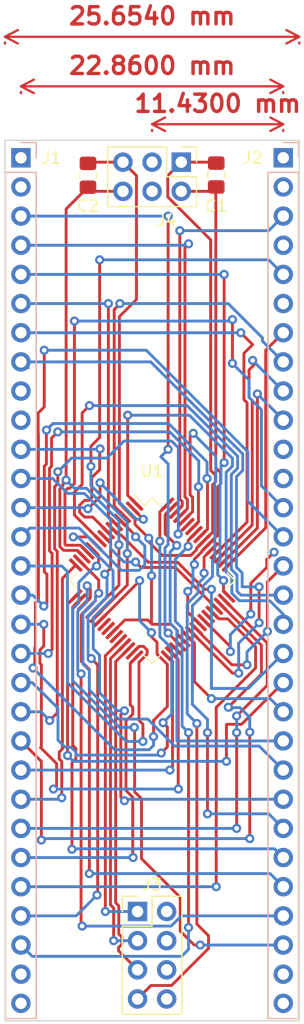
<source format=kicad_pcb>
(kicad_pcb (version 20221018) (generator pcbnew)
  (title_block (title "84CP02 Descrambled 2x16 Input 16 Output Baseboard"))
  (layers (0 "F.Cu" signal) (1 "In1.Cu" signal) (2 "In2.Cu" signal) (31 "B.Cu" signal) (34 "B.Paste" user) (35 "F.Paste" user) (36 "B.SilkS" user "B.Silkscreen") (37 "F.SilkS" user "F.Silkscreen") (38 "B.Mask" user) (39 "F.Mask" user) (44 "Edge.Cuts" user))
  (net 0 "")
  (net 1 "VCC")
  (net 2 "GND")
  (net 3 "/J1-3")
  (net 4 "/J1-4")
  (net 5 "/J1-5")
  (net 6 "/J1-6")
  (net 7 "/J1-7")
  (net 8 "/J1-8")
  (net 9 "/J1-9")
  (net 10 "/J1-10")
  (net 11 "/J1-11")
  (net 12 "/J1-12")
  (net 13 "/J1-13")
  (net 14 "/J1-14")
  (net 15 "/J1-15")
  (net 16 "/J1-16")
  (net 17 "/J1-17")
  (net 18 "/J1-18")
  (net 19 "/J1-19")
  (net 20 "/J1-20")
  (net 21 "/J1-21")
  (net 22 "/J1-22")
  (net 23 "/J1-23")
  (net 24 "/J1-24")
  (net 25 "/J1-25")
  (net 26 "/J1-26")
  (net 27 "/J1-27")
  (net 28 "/J1-28")
  (net 29 "/J2-3")
  (net 30 "/J2-4")
  (net 31 "/J2-5")
  (net 32 "/J2-6")
  (net 33 "/J2-7")
  (net 34 "/J2-8")
  (net 35 "/J2-9")
  (net 36 "/J2-10")
  (net 37 "/J2-11")
  (net 38 "/J2-12")
  (net 39 "/J2-13")
  (net 40 "/J2-14")
  (net 41 "/J2-15")
  (net 42 "/J2-16")
  (net 43 "/J2-17")
  (net 44 "/J2-18")
  (net 45 "/J2-19")
  (net 46 "/J2-20")
  (net 47 "/J2-21")
  (net 48 "/J2-22")
  (net 49 "/J2-23")
  (net 50 "/J2-24")
  (net 51 "/J2-25")
  (net 52 "/J2-26")
  (net 53 "/J2-27")
  (net 54 "/J2-28")
  (net 55 "Net-(J3-Pin_1)")
  (net 56 "Net-(J3-Pin_3)")
  (net 57 "Net-(J3-Pin_5)")
  (net 58 "Net-(J3-Pin_7)")
  (footprint "Connector_PinHeader_2.54mm:PinHeader_2x04_P2.54mm_Vertical" (layer "F.Cu") (at 145.796 122.174)
    (fp_text reference "J3")
    (fp_text value "Conn_02x05_Odd_Even" hide)
  )
  (footprint "Connector_PinHeader_2.54mm:PinHeader_2x03_P2.54mm_Vertical" (layer "F.Cu") (at 149.606 56.896 -90)
    (fp_text reference "J4")
    (fp_text value "Conn_02x03_Odd_Even" hide)
  )
  (footprint "Capacitor_SMD:C_0805_2012Metric_Pad1.18x1.45mm_HandSolder" (layer "F.Cu") (at 152.654 58.0175 -90)
    (fp_text reference "C1")
    (fp_text value "C_Small" hide)
  )
  (footprint "Package_QFP:TQFP-64_10x10mm_P0.5mm" (layer "F.Cu") (at 147.066 93.345 -45)
    (fp_text reference "U1")
    (fp_text value "XC9572XL-VQ64")
  )
  (footprint "Capacitor_SMD:C_0805_2012Metric_Pad1.18x1.45mm_HandSolder" (layer "F.Cu") (at 141.478 58.039 -90)
    (fp_text reference "C2")
    (fp_text value "C_Small" hide)
  )
  (footprint "Connector_PinHeader_2.54mm:PinHeader_1x30_P2.54mm_Vertical" (layer "B.Cu") (at 135.636 56.515 180)
    (fp_text reference "J1")
    (fp_text value "Conn_01x30" hide)
  )
  (footprint "Connector_PinHeader_2.54mm:PinHeader_1x30_P2.54mm_Vertical" (layer "B.Cu") (at 158.496 56.515 180)
    (fp_text reference "J2")
    (fp_text value "Conn_01x30" hide)
  )
  (gr_rect (start 134.239 54.991) (end 159.893 131.699) (stroke (width 0.1)) (fill none) (layer "Edge.Cuts"))
  (dimension (type aligned) (layer "F.Cu") (pts (xy 158.496 50.292) (xy 135.636 50.292)) (height 0) (gr_text "22.8600 mm" (at 147.066 48.492) (layer "F.Cu") (effects (font (size 1.5 1.5) (thickness 0.3)))) (format (prefix "") (suffix "") (units 3) (units_format 1) (precision 4)) (style (thickness 0.2) (arrow_length 1.27) (text_position_mode 0) (extension_height 0.58642) (extension_offset 0.5) keep_text_aligned))
  (dimension (type aligned) (layer "F.Cu") (pts (xy 158.496 53.594) (xy 147.066 53.594)) (height 0) (gr_text "11.4300 mm" (at 152.781 51.794) (layer "F.Cu") (effects (font (size 1.5 1.5) (thickness 0.3)))) (format (prefix "") (suffix "") (units 3) (units_format 1) (precision 4)) (style (thickness 0.2) (arrow_length 1.27) (text_position_mode 0) (extension_height 0.58642) (extension_offset 0.5) keep_text_aligned))
  (dimension (type aligned) (layer "F.Cu") (pts (xy 159.893 45.974) (xy 134.239 45.974)) (height 0) (gr_text "25.6540 mm" (at 147.066 44.174) (layer "F.Cu") (effects (font (size 1.5 1.5) (thickness 0.3)))) (format (prefix "") (suffix "") (units 3) (units_format 1) (precision 4)) (style (thickness 0.2) (arrow_length 1.27) (text_position_mode 0) (extension_height 0.58642) (extension_offset 0.5) keep_text_aligned))
  (segment (start 145.006551 87.396464) (end 145.574489 87.964402) (width 0.25) (layer "F.Cu") (net 1))
  (segment (start 149.832555 98.586429) (end 149.264618 98.018492) (width 0.25) (layer "F.Cu") (net 1))
  (segment (start 152.654 56.98) (end 152.57 56.896) (width 0.25) (layer "F.Cu") (net 1))
  (segment (start 145.701 68.8655) (end 145.701 58.071) (width 0.25) (layer "F.Cu") (net 1))
  (segment (start 145.701 58.071) (end 144.526 56.896) (width 0.25) (layer "F.Cu") (net 1))
  (segment (start 152.5795 84.154695) (end 152.16826 83.743455) (width 0.25) (layer "F.Cu") (net 1))
  (segment (start 148.726305 97.155) (end 147.066 97.155) (width 0.25) (layer "F.Cu") (net 1))
  (segment (start 150.932193 90.665417) (end 150.932193 90.539467) (width 0.25) (layer "F.Cu") (net 1))
  (segment (start 145.006551 87.396464) (end 144.214 86.603913) (width 0.25) (layer "F.Cu") (net 1))
  (segment (start 152.57 56.896) (end 149.606 56.896) (width 0.25) (layer "F.Cu") (net 1))
  (segment (start 141.5835 56.896) (end 144.526 56.896) (width 0.25) (layer "F.Cu") (net 1))
  (segment (start 147.014 92.9265) (end 147.014 97.103) (width 0.25) (layer "F.Cu") (net 1))
  (segment (start 144.214 70.3525) (end 145.701 68.8655) (width 0.25) (layer "F.Cu") (net 1))
  (segment (start 150.932193 90.539467) (end 151.600322 89.871338) (width 0.25) (layer "F.Cu") (net 1))
  (segment (start 152.5795 84.755305) (end 152.5795 84.154695) (width 0.25) (layer "F.Cu") (net 1))
  (segment (start 147.954616 91.157421) (end 150.440189 91.157421) (width 0.25) (layer "F.Cu") (net 1))
  (segment (start 141.478 57.0015) (end 141.5835 56.896) (width 0.25) (layer "F.Cu") (net 1))
  (segment (start 152.16826 63.659961) (end 148.431 59.922701) (width 0.25) (layer "F.Cu") (net 1))
  (segment (start 146.774439 89.977245) (end 147.397597 90.600403) (width 0.25) (layer "F.Cu") (net 1))
  (segment (start 152.16826 83.743455) (end 152.16826 63.659961) (width 0.25) (layer "F.Cu") (net 1))
  (segment (start 148.431 58.071) (end 149.606 56.896) (width 0.25) (layer "F.Cu") (net 1))
  (segment (start 150.440189 91.157421) (end 150.932193 90.665417) (width 0.25) (layer "F.Cu") (net 1))
  (segment (start 151.600322 89.871338) (end 152.342 89.12966) (width 0.25) (layer "F.Cu") (net 1))
  (segment (start 147.066 97.155) (end 146.685 96.774) (width 0.25) (layer "F.Cu") (net 1))
  (segment (start 147.014 97.103) (end 147.066 97.155) (width 0.25) (layer "F.Cu") (net 1))
  (segment (start 149.264618 98.018492) (end 149.264618 97.693313) (width 0.25) (layer "F.Cu") (net 1))
  (segment (start 147.0135 89.892227) (end 147.0135 90.216305) (width 0.25) (layer "F.Cu") (net 1))
  (segment (start 146.685 96.774) (end 144.69766 96.774) (width 0.25) (layer "F.Cu") (net 1))
  (segment (start 145.574489 88.453216) (end 147.0135 89.892227) (width 0.25) (layer "F.Cu") (net 1))
  (segment (start 144.69766 96.774) (end 143.592338 97.879322) (width 0.25) (layer "F.Cu") (net 1))
  (segment (start 145.574489 87.964402) (end 145.574489 88.453216) (width 0.25) (layer "F.Cu") (net 1))
  (segment (start 146.774439 89.653872) (end 146.774439 89.977245) (width 0.25) (layer "F.Cu") (net 1))
  (segment (start 149.264618 97.693313) (end 148.726305 97.155) (width 0.25) (layer "F.Cu") (net 1))
  (segment (start 152.342 84.992805) (end 152.5795 84.755305) (width 0.25) (layer "F.Cu") (net 1))
  (segment (start 147.0135 90.216305) (end 147.397597 90.600403) (width 0.25) (layer "F.Cu") (net 1))
  (segment (start 148.431 59.922701) (end 148.431 58.071) (width 0.25) (layer "F.Cu") (net 1))
  (segment (start 147.397597 90.600403) (end 147.954616 91.157421) (width 0.25) (layer "F.Cu") (net 1))
  (segment (start 152.342 89.12966) (end 152.342 84.992805) (width 0.25) (layer "F.Cu") (net 1))
  (segment (start 144.214 86.603913) (end 144.214 70.3525) (width 0.25) (layer "F.Cu") (net 1))
  (via (at 147.014 92.9265) (size 0.8) (drill 0.4) (layers "F.Cu" "B.Cu") (net 1))
  (via (at 146.774439 89.653872) (size 0.8) (drill 0.4) (layers "F.Cu" "B.Cu") (net 1))
  (segment (start 147.014 89.893433) (end 147.014 92.9265) (width 0.25) (layer "B.Cu") (net 1))
  (segment (start 146.774439 89.653872) (end 147.014 89.893433) (width 0.25) (layer "B.Cu") (net 1))
  (segment (start 153.0295 83.9415) (end 152.61776 83.52976) (width 0.25) (layer "F.Cu") (net 2))
  (segment (start 141.478 59.0765) (end 141.8375 59.436) (width 0.25) (layer "F.Cu") (net 2))
  (segment (start 152.61776 83.52976) (end 152.61776 59.09124) (width 0.25) (layer "F.Cu") (net 2))
  (segment (start 153.0295 84.941701) (end 153.0295 83.9415) (width 0.25) (layer "F.Cu") (net 2))
  (segment (start 144.177669 93.758457) (end 144.177669 90.234453) (width 0.25) (layer "F.Cu") (net 2))
  (segment (start 150.171694 96.09714) (end 151.246769 97.172215) (width 0.25) (layer "F.Cu") (net 2))
  (segment (start 152.792 85.179201) (end 153.0295 84.941701) (width 0.25) (layer "F.Cu") (net 2))
  (segment (start 152.654 59.055) (end 152.273 59.436) (width 0.25) (layer "F.Cu") (net 2))
  (segment (start 139.573 60.9815) (end 141.478 59.0765) (width 0.25) (layer "F.Cu") (net 2))
  (segment (start 150.171694 94.293312) (end 150.171694 96.09714) (width 0.25) (layer "F.Cu") (net 2))
  (segment (start 141.8375 59.436) (end 144.526 59.436) (width 0.25) (layer "F.Cu") (net 2))
  (segment (start 139.0235 85.354601) (end 139.0235 90.3825) (width 0.25) (layer "F.Cu") (net 2))
  (segment (start 152.61776 59.09124) (end 152.654 59.055) (width 0.25) (layer "F.Cu") (net 2))
  (segment (start 139.573 84.5924) (end 139.2985 84.8669) (width 0.25) (layer "F.Cu") (net 2))
  (segment (start 141.824571 96.111555) (end 144.177669 93.758457) (width 0.25) (layer "F.Cu") (net 2))
  (segment (start 151.953876 90.224891) (end 152.792 89.386767) (width 0.25) (layer "F.Cu") (net 2))
  (segment (start 139.2985 85.079601) (end 139.0235 85.354601) (width 0.25) (layer "F.Cu") (net 2))
  (segment (start 151.385938 90.792829) (end 151.385938 90.848068) (width 0.25) (layer "F.Cu") (net 2))
  (segment (start 152.273 59.436) (end 149.606 59.436) (width 0.25) (layer "F.Cu") (net 2))
  (segment (start 151.953876 90.224891) (end 151.385938 90.792829) (width 0.25) (layer "F.Cu") (net 2))
  (segment (start 152.792 89.386767) (end 152.792 85.179201) (width 0.25) (layer "F.Cu") (net 2))
  (segment (start 139.2985 84.8669) (end 139.2985 85.079601) (width 0.25) (layer "F.Cu") (net 2))
  (segment (start 140.549527 90.717614) (end 141.117464 91.285551) (width 0.25) (layer "F.Cu") (net 2))
  (segment (start 151.385938 90.848068) (end 150.749 91.485006) (width 0.25) (layer "F.Cu") (net 2))
  (segment (start 139.0235 90.3825) (end 139.358614 90.717614) (width 0.25) (layer "F.Cu") (net 2))
  (segment (start 139.573 84.5924) (end 139.573 60.9815) (width 0.25) (layer "F.Cu") (net 2))
  (segment (start 150.749 91.485006) (end 150.749 91.948) (width 0.25) (layer "F.Cu") (net 2))
  (segment (start 139.358614 90.717614) (end 140.549527 90.717614) (width 0.25) (layer "F.Cu") (net 2))
  (via (at 150.749 91.948) (size 0.8) (drill 0.4) (layers "F.Cu" "B.Cu") (net 2))
  (via (at 150.171694 94.293312) (size 0.8) (drill 0.4) (layers "F.Cu" "B.Cu") (net 2))
  (via (at 144.177669 90.234453) (size 0.8) (drill 0.4) (layers "F.Cu" "B.Cu") (net 2))
  (via (at 139.573 84.5924) (size 0.8) (drill 0.4) (layers "F.Cu" "B.Cu") (net 2))
  (segment (start 140.2876 85.307) (end 141.350104 85.307) (width 0.25) (layer "B.Cu") (net 2))
  (segment (start 150.6105 93.854506) (end 150.171694 94.293312) (width 0.25) (layer "B.Cu") (net 2))
  (segment (start 150.622 92.075) (end 150.622 93.423109) (width 0.25) (layer "B.Cu") (net 2))
  (segment (start 144.177669 88.134565) (end 144.177669 90.234453) (width 0.25) (layer "B.Cu") (net 2))
  (segment (start 150.6105 93.434609) (end 150.6105 93.854506) (width 0.25) (layer "B.Cu") (net 2))
  (segment (start 150.749 91.948) (end 150.622 92.075) (width 0.25) (layer "B.Cu") (net 2))
  (segment (start 141.350104 85.307) (end 144.177669 88.134565) (width 0.25) (layer "B.Cu") (net 2))
  (segment (start 139.573 84.5924) (end 140.2876 85.307) (width 0.25) (layer "B.Cu") (net 2))
  (segment (start 150.622 93.423109) (end 150.6105 93.434609) (width 0.25) (layer "B.Cu") (net 2))
  (segment (start 148.463 61.595) (end 148.463 81.915) (width 0.25) (layer "F.Cu") (net 3))
  (segment (start 148.463 97.917) (end 148.463 97.92398) (width 0.25) (layer "F.Cu") (net 3))
  (segment (start 148.463 97.92398) (end 149.479002 98.939982) (width 0.25) (layer "F.Cu") (net 3))
  (via (at 148.463 61.595) (size 0.8) (drill 0.4) (layers "F.Cu" "B.Cu") (net 3))
  (via (at 148.463 81.915) (size 0.8) (drill 0.4) (layers "F.Cu" "B.Cu") (net 3))
  (via (at 148.463 97.917) (size 0.8) (drill 0.4) (layers "F.Cu" "B.Cu") (net 3))
  (segment (start 148.4635 90.216305) (end 148.1885 90.491305) (width 0.25) (layer "B.Cu") (net 3))
  (segment (start 148.4635 83.1855) (end 148.4635 90.216305) (width 0.25) (layer "B.Cu") (net 3))
  (segment (start 135.636 61.595) (end 148.463 61.595) (width 0.25) (layer "B.Cu") (net 3))
  (segment (start 148.1885 90.491305) (end 148.1885 97.6425) (width 0.25) (layer "B.Cu") (net 3))
  (segment (start 148.463 81.915) (end 147.828 82.55) (width 0.25) (layer "B.Cu") (net 3))
  (segment (start 148.1885 97.6425) (end 148.463 97.917) (width 0.25) (layer "B.Cu") (net 3))
  (segment (start 147.828 82.55) (end 148.4635 83.1855) (width 0.25) (layer "B.Cu") (net 3))
  (segment (start 150.143386 86.275404) (end 150.143386 87.085634) (width 0.25) (layer "F.Cu") (net 4))
  (segment (start 149.929 86.061018) (end 150.143386 86.275404) (width 0.25) (layer "F.Cu") (net 4))
  (segment (start 149.929 64.32) (end 149.929 86.061018) (width 0.25) (layer "F.Cu") (net 4))
  (segment (start 150.143386 87.085634) (end 149.479002 87.750018) (width 0.25) (layer "F.Cu") (net 4))
  (segment (start 150.241 64.008) (end 149.929 64.32) (width 0.25) (layer "F.Cu") (net 4))
  (via (at 150.241 64.008) (size 0.8) (drill 0.4) (layers "F.Cu" "B.Cu") (net 4))
  (segment (start 150.114 64.135) (end 135.636 64.135) (width 0.25) (layer "B.Cu") (net 4))
  (segment (start 150.241 64.008) (end 150.114 64.135) (width 0.25) (layer "B.Cu") (net 4))
  (segment (start 153.34276 66.675) (end 153.34276 83.069581) (width 0.25) (layer "F.Cu") (net 5))
  (segment (start 153.34276 83.069581) (end 153.34226 83.070081) (width 0.25) (layer "F.Cu") (net 5))
  (segment (start 153.289 94.264699) (end 153.721643 94.697342) (width 0.25) (layer "F.Cu") (net 5))
  (segment (start 153.289 93.345) (end 153.289 94.264699) (width 0.25) (layer "F.Cu") (net 5))
  (via (at 153.34226 83.070081) (size 0.8) (drill 0.4) (layers "F.Cu" "B.Cu") (net 5))
  (via (at 153.34276 66.675) (size 0.8) (drill 0.4) (layers "F.Cu" "B.Cu") (net 5))
  (via (at 153.289 93.345) (size 0.8) (drill 0.4) (layers "F.Cu" "B.Cu") (net 5))
  (segment (start 153.06776 83.344581) (end 153.06776 84.903441) (width 0.25) (layer "B.Cu") (net 5))
  (segment (start 152.781 92.837) (end 153.289 93.345) (width 0.25) (layer "B.Cu") (net 5))
  (segment (start 152.781 91.794201) (end 152.781 92.837) (width 0.25) (layer "B.Cu") (net 5))
  (segment (start 153.34226 83.070081) (end 153.06776 83.344581) (width 0.25) (layer "B.Cu") (net 5))
  (segment (start 153.34276 66.675) (end 135.636 66.675) (width 0.25) (layer "B.Cu") (net 5))
  (segment (start 152.977 84.994201) (end 152.977 91.598201) (width 0.25) (layer "B.Cu") (net 5))
  (segment (start 153.06776 84.903441) (end 152.977 84.994201) (width 0.25) (layer "B.Cu") (net 5))
  (segment (start 152.977 91.598201) (end 152.781 91.794201) (width 0.25) (layer "B.Cu") (net 5))
  (segment (start 143.256 87.767233) (end 143.945891 88.457124) (width 0.25) (layer "F.Cu") (net 6))
  (segment (start 143.256 69.215) (end 143.256 87.767233) (width 0.25) (layer "F.Cu") (net 6))
  (via (at 143.256 69.215) (size 0.8) (drill 0.4) (layers "F.Cu" "B.Cu") (net 6))
  (segment (start 143.256 69.215) (end 135.636 69.215) (width 0.25) (layer "B.Cu") (net 6))
  (segment (start 154.79176 71.755) (end 155.829 72.79224) (width 0.25) (layer "F.Cu") (net 7))
  (segment (start 155.34076 88.25222) (end 152.660982 90.931998) (width 0.25) (layer "F.Cu") (net 7))
  (segment (start 155.06576 77.575701) (end 155.34076 77.850701) (width 0.25) (layer "F.Cu") (net 7))
  (segment (start 155.06576 73.55548) (end 155.06576 77.575701) (width 0.25) (layer "F.Cu") (net 7))
  (segment (start 155.34076 77.850701) (end 155.34076 88.25222) (width 0.25) (layer "F.Cu") (net 7))
  (segment (start 155.829 72.79224) (end 155.06576 73.55548) (width 0.25) (layer "F.Cu") (net 7))
  (via (at 154.79176 71.755) (size 0.8) (drill 0.4) (layers "F.Cu" "B.Cu") (net 7))
  (segment (start 135.636 71.755) (end 154.79176 71.755) (width 0.25) (layer "B.Cu") (net 7))
  (segment (start 154.072337 101.411997) (end 154.611404 101.411997) (width 0.25) (layer "F.Cu") (net 8))
  (segment (start 150.539662 97.879322) (end 154.072337 101.411997) (width 0.25) (layer "F.Cu") (net 8))
  (segment (start 156.390896 97.020898) (end 156.390896 93.8905) (width 0.25) (layer "F.Cu") (net 8))
  (via (at 156.390896 93.8905) (size 0.8) (drill 0.4) (layers "F.Cu" "B.Cu") (net 8))
  (via (at 156.390896 97.020898) (size 0.8) (drill 0.4) (layers "F.Cu" "B.Cu") (net 8))
  (via (at 154.611404 101.411997) (size 0.8) (drill 0.4) (layers "F.Cu" "B.Cu") (net 8))
  (segment (start 154.96726 82.320468) (end 146.941792 74.295) (width 0.25) (layer "B.Cu") (net 8))
  (segment (start 156.390896 93.8905) (end 154.914 93.8905) (width 0.25) (layer "B.Cu") (net 8))
  (segment (start 135.763 74.295) (end 136.271 74.803) (width 0.25) (layer "B.Cu") (net 8))
  (segment (start 154.41776 92.175663) (end 154.41776 84.292678) (width 0.25) (layer "B.Cu") (net 8))
  (segment (start 154.41776 84.292678) (end 154.96726 83.743178) (width 0.25) (layer "B.Cu") (net 8))
  (segment (start 146.941792 74.295) (end 135.636 74.295) (width 0.25) (layer "B.Cu") (net 8))
  (segment (start 154.611404 101.411997) (end 154.61045 101.411043) (width 0.25) (layer "B.Cu") (net 8))
  (segment (start 154.61045 98.801344) (end 156.390896 97.020898) (width 0.25) (layer "B.Cu") (net 8))
  (segment (start 135.636 74.295) (end 135.763 74.295) (width 0.25) (layer "B.Cu") (net 8))
  (segment (start 154.61045 101.411043) (end 154.61045 98.801344) (width 0.25) (layer "B.Cu") (net 8))
  (segment (start 154.914 92.671903) (end 154.41776 92.175663) (width 0.25) (layer "B.Cu") (net 8))
  (segment (start 154.914 93.8905) (end 154.914 92.671903) (width 0.25) (layer "B.Cu") (net 8))
  (segment (start 154.96726 83.743178) (end 154.96726 82.320468) (width 0.25) (layer "B.Cu") (net 8))
  (segment (start 141.171695 87.814209) (end 141.888763 87.814209) (width 0.25) (layer "F.Cu") (net 11))
  (segment (start 142.494 81.90775) (end 142.494 83.693) (width 0.25) (layer "F.Cu") (net 11))
  (segment (start 141.560604 86.364209) (end 141.171695 86.364209) (width 0.25) (layer "F.Cu") (net 11))
  (segment (start 140.747 87.389514) (end 141.171695 87.814209) (width 0.25) (layer "F.Cu") (net 11))
  (segment (start 142.494 83.693) (end 141.8065 84.3805) (width 0.25) (layer "F.Cu") (net 11))
  (segment (start 141.171695 86.364209) (end 140.747 86.788904) (width 0.25) (layer "F.Cu") (net 11))
  (segment (start 142.5315 81.87025) (end 142.494 81.90775) (width 0.25) (layer "F.Cu") (net 11))
  (segment (start 141.888763 87.814209) (end 143.238785 89.164231) (width 0.25) (layer "F.Cu") (net 11))
  (segment (start 141.8065 84.3805) (end 141.8065 86.118313) (width 0.25) (layer "F.Cu") (net 11))
  (segment (start 140.747 86.788904) (end 140.747 87.389514) (width 0.25) (layer "F.Cu") (net 11))
  (segment (start 141.8065 86.118313) (end 141.560604 86.364209) (width 0.25) (layer "F.Cu") (net 11))
  (via (at 142.5315 81.87025) (size 0.8) (drill 0.4) (layers "F.Cu" "B.Cu") (net 11))
  (segment (start 142.5315 81.87025) (end 142.48675 81.915) (width 0.25) (layer "B.Cu") (net 11))
  (segment (start 142.48675 81.915) (end 135.636 81.915) (width 0.25) (layer "B.Cu") (net 11))
  (segment (start 146.09851 92.202) (end 149.10498 92.202) (width 0.25) (layer "F.Cu") (net 12))
  (segment (start 149.10498 92.202) (end 152.660982 95.758002) (width 0.25) (layer "F.Cu") (net 12))
  (segment (start 145.626669 91.730159) (end 146.09851 92.202) (width 0.25) (layer "F.Cu") (net 12))
  (via (at 145.626669 91.730159) (size 0.8) (drill 0.4) (layers "F.Cu" "B.Cu") (net 12))
  (segment (start 141.163708 85.757) (end 139.712295 85.757) (width 0.25) (layer "B.Cu") (net 12))
  (segment (start 139.712295 85.757) (end 138.410295 84.455) (width 0.25) (layer "B.Cu") (net 12))
  (segment (start 144.616072 91.730159) (end 143.452669 90.566756) (width 0.25) (layer "B.Cu") (net 12))
  (segment (start 138.410295 84.455) (end 135.636 84.455) (width 0.25) (layer "B.Cu") (net 12))
  (segment (start 143.452669 88.045961) (end 141.163708 85.757) (width 0.25) (layer "B.Cu") (net 12))
  (segment (start 143.452669 90.566756) (end 143.452669 88.045961) (width 0.25) (layer "B.Cu") (net 12))
  (segment (start 145.626669 91.730159) (end 144.616072 91.730159) (width 0.25) (layer "B.Cu") (net 12))
  (segment (start 142.5315 86.029709) (end 142.5315 84.827939) (width 0.25) (layer "F.Cu") (net 13))
  (segment (start 145.928042 87.610848) (end 145.360105 87.042911) (width 0.25) (layer "F.Cu") (net 13))
  (segment (start 141.472 87.089209) (end 142.5315 86.029709) (width 0.25) (layer "F.Cu") (net 13))
  (segment (start 146.304 88.011) (end 145.928042 87.635042) (width 0.25) (layer "F.Cu") (net 13))
  (segment (start 145.928042 87.635042) (end 145.928042 87.610848) (width 0.25) (layer "F.Cu") (net 13))
  (via (at 146.304 88.011) (size 0.8) (drill 0.4) (layers "F.Cu" "B.Cu") (net 13))
  (via (at 141.472 87.089209) (size 0.8) (drill 0.4) (layers "F.Cu" "B.Cu") (net 13))
  (via (at 142.5315 84.827939) (size 0.8) (drill 0.4) (layers "F.Cu" "B.Cu") (net 13))
  (segment (start 141.377791 86.995) (end 135.636 86.995) (width 0.25) (layer "B.Cu") (net 13))
  (segment (start 145.714561 88.011) (end 142.5315 84.827939) (width 0.25) (layer "B.Cu") (net 13))
  (segment (start 146.304 88.011) (end 145.714561 88.011) (width 0.25) (layer "B.Cu") (net 13))
  (segment (start 141.472 87.089209) (end 141.377791 86.995) (width 0.25) (layer "B.Cu") (net 13))
  (segment (start 145.626669 89.530701) (end 145.626669 89.430795) (width 0.25) (layer "F.Cu") (net 14))
  (segment (start 145.626669 89.430795) (end 144.299445 88.103571) (width 0.25) (layer "F.Cu") (net 14))
  (via (at 145.626669 89.530701) (size 0.8) (drill 0.4) (layers "F.Cu" "B.Cu") (net 14))
  (segment (start 146.431 90.335032) (end 145.626669 89.530701) (width 0.25) (layer "B.Cu") (net 14))
  (segment (start 145.926974 92.455159) (end 146.431 91.951133) (width 0.25) (layer "B.Cu") (net 14))
  (segment (start 140.716 88.773) (end 144.398159 92.455159) (width 0.25) (layer "B.Cu") (net 14))
  (segment (start 136.398 88.773) (end 140.716 88.773) (width 0.25) (layer "B.Cu") (net 14))
  (segment (start 144.398159 92.455159) (end 145.926974 92.455159) (width 0.25) (layer "B.Cu") (net 14))
  (segment (start 146.431 91.951133) (end 146.431 90.335032) (width 0.25) (layer "B.Cu") (net 14))
  (segment (start 135.636 89.535) (end 136.398 88.773) (width 0.25) (layer "B.Cu") (net 14))
  (segment (start 145.928042 99.079152) (end 145.360105 99.647089) (width 0.25) (layer "F.Cu") (net 15))
  (segment (start 145.923 100.463053) (end 146.635149 99.750904) (width 0.25) (layer "F.Cu") (net 15))
  (segment (start 146.635149 99.391149) (end 146.323152 99.079152) (width 0.25) (layer "F.Cu") (net 15))
  (segment (start 146.2665 105.861581) (end 145.923 105.518081) (width 0.25) (layer "F.Cu") (net 15))
  (segment (start 146.323152 99.079152) (end 145.928042 99.079152) (width 0.25) (layer "F.Cu") (net 15))
  (segment (start 145.923 105.518081) (end 145.923 100.463053) (width 0.25) (layer "F.Cu") (net 15))
  (segment (start 146.635149 99.750904) (end 146.635149 99.391149) (width 0.25) (layer "F.Cu") (net 15))
  (segment (start 146.2665 107.357153) (end 146.2665 105.861581) (width 0.25) (layer "F.Cu") (net 15))
  (via (at 146.2665 107.357153) (size 0.8) (drill 0.4) (layers "F.Cu" "B.Cu") (net 15))
  (segment (start 139.689 92.572) (end 139.192 92.075) (width 0.25) (layer "B.Cu") (net 15))
  (segment (start 146.2665 107.357153) (end 144.809757 107.357153) (width 0.25) (layer "B.Cu") (net 15))
  (segment (start 144.809757 107.357153) (end 139.689 102.236396) (width 0.25) (layer "B.Cu") (net 15))
  (segment (start 139.689 102.236396) (end 139.689 92.572) (width 0.25) (layer "B.Cu") (net 15))
  (segment (start 139.192 92.075) (end 135.636 92.075) (width 0.25) (layer "B.Cu") (net 15))
  (segment (start 151.892 84.4925) (end 151.892 88.872554) (width 0.25) (layer "F.Cu") (net 16))
  (segment (start 137.625907 95.571886) (end 137.9 95.297793) (width 0.25) (layer "F.Cu") (net 16))
  (segment (start 137.853 83.201699) (end 137.853 80.242576) (width 0.25) (layer "F.Cu") (net 16))
  (segment (start 151.892 88.872554) (end 151.246769 89.517785) (width 0.25) (layer "F.Cu") (net 16))
  (segment (start 137.6735 92.5775) (end 137.6735 83.381199) (width 0.25) (layer "F.Cu") (net 16))
  (segment (start 137.6735 83.381199) (end 137.853 83.201699) (width 0.25) (layer "F.Cu") (net 16))
  (segment (start 137.9 95.297793) (end 137.9 92.804) (width 0.25) (layer "F.Cu") (net 16))
  (segment (start 151.8545 84.455) (end 151.892 84.4925) (width 0.25) (layer "F.Cu") (net 16))
  (segment (start 137.9 92.804) (end 137.6735 92.5775) (width 0.25) (layer "F.Cu") (net 16))
  (segment (start 137.853 80.242576) (end 137.861278 80.234298) (width 0.25) (layer "F.Cu") (net 16))
  (via (at 137.625907 95.571886) (size 0.8) (drill 0.4) (layers "F.Cu" "B.Cu") (net 16))
  (via (at 151.8545 84.455) (size 0.8) (drill 0.4) (layers "F.Cu" "B.Cu") (net 16))
  (via (at 137.861278 80.234298) (size 0.8) (drill 0.4) (layers "F.Cu" "B.Cu") (net 16))
  (segment (start 137.861278 80.234298) (end 138.429576 79.666) (width 0.25) (layer "B.Cu") (net 16))
  (segment (start 148.512097 79.666) (end 151.8545 83.008403) (width 0.25) (layer "B.Cu") (net 16))
  (segment (start 136.669021 94.615) (end 135.636 94.615) (width 0.25) (layer "B.Cu") (net 16))
  (segment (start 151.8545 83.008403) (end 151.8545 84.455) (width 0.25) (layer "B.Cu") (net 16))
  (segment (start 138.429576 79.666) (end 148.512097 79.666) (width 0.25) (layer "B.Cu") (net 16))
  (segment (start 137.625907 95.571886) (end 136.669021 94.615) (width 0.25) (layer "B.Cu") (net 16))
  (segment (start 138.742 111.2315) (end 138.742 109.288701) (width 0.25) (layer "F.Cu") (net 17))
  (segment (start 138.4675 111.506) (end 138.742 111.2315) (width 0.25) (layer "F.Cu") (net 17))
  (segment (start 137.6255 99.061695) (end 137.6255 97.155) (width 0.25) (layer "F.Cu") (net 17))
  (segment (start 149.339833 100.215027) (end 148.771895 99.647089) (width 0.25) (layer "F.Cu") (net 17))
  (segment (start 137.4145 107.8225) (end 137.4145 100.664695) (width 0.25) (layer "F.Cu") (net 17))
  (segment (start 137.34515 107.891851) (end 137.4145 107.8225) (width 0.25) (layer "F.Cu") (net 17))
  (segment (start 138.742 109.288701) (end 137.34515 107.891851) (width 0.25) (layer "F.Cu") (net 17))
  (segment (start 137.2925 99.394695) (end 137.6255 99.061695) (width 0.25) (layer "F.Cu") (net 17))
  (segment (start 149.339833 111.493833) (end 149.339833 100.215027) (width 0.25) (layer "F.Cu") (net 17))
  (segment (start 137.4145 100.664695) (end 137.2925 100.542695) (width 0.25) (layer "F.Cu") (net 17))
  (segment (start 149.352 111.506) (end 149.339833 111.493833) (width 0.25) (layer "F.Cu") (net 17))
  (segment (start 137.2925 100.542695) (end 137.2925 99.394695) (width 0.25) (layer "F.Cu") (net 17))
  (via (at 137.6255 97.155) (size 0.8) (drill 0.4) (layers "F.Cu" "B.Cu") (net 17))
  (via (at 149.352 111.506) (size 0.8) (drill 0.4) (layers "F.Cu" "B.Cu") (net 17))
  (via (at 138.4675 111.506) (size 0.8) (drill 0.4) (layers "F.Cu" "B.Cu") (net 17))
  (segment (start 149.352 111.506) (end 138.4675 111.506) (width 0.25) (layer "B.Cu") (net 17))
  (segment (start 135.636 97.155) (end 137.6255 97.155) (width 0.25) (layer "B.Cu") (net 17))
  (segment (start 151.1035 85.178308) (end 151.1035 87.871913) (width 0.25) (layer "F.Cu") (net 18))
  (segment (start 138.1235 90.755292) (end 138.1235 83.567595) (width 0.25) (layer "F.Cu") (net 18))
  (segment (start 151.1076 87.876013) (end 151.1076 88.24274) (width 0.25) (layer "F.Cu") (net 18))
  (segment (start 151.1035 87.871913) (end 151.1076 87.876013) (width 0.25) (layer "F.Cu") (net 18))
  (segment (start 138.303 83.388095) (end 138.303 80.936) (width 0.25) (layer "F.Cu") (net 18))
  (segment (start 138.1235 83.567595) (end 138.303 83.388095) (width 0.25) (layer "F.Cu") (net 18))
  (segment (start 138.303 80.936) (end 138.8485 80.3905) (width 0.25) (layer "F.Cu") (net 18))
  (segment (start 151.1076 88.24274) (end 150.539662 88.810678) (width 0.25) (layer "F.Cu") (net 18))
  (segment (start 138.35 90.981792) (end 138.1235 90.755292) (width 0.25) (layer "F.Cu") (net 18))
  (segment (start 138.35 99.3625) (end 138.35 90.981792) (width 0.25) (layer "F.Cu") (net 18))
  (segment (start 138.0175 99.695) (end 138.35 99.3625) (width 0.25) (layer "F.Cu") (net 18))
  (via (at 138.8485 80.3905) (size 0.8) (drill 0.4) (layers "F.Cu" "B.Cu") (net 18))
  (via (at 151.1035 85.178308) (size 0.8) (drill 0.4) (layers "F.Cu" "B.Cu") (net 18))
  (via (at 138.0175 99.695) (size 0.8) (drill 0.4) (layers "F.Cu" "B.Cu") (net 18))
  (segment (start 138.8485 80.3905) (end 138.849 80.391) (width 0.25) (layer "B.Cu") (net 18))
  (segment (start 148.600701 80.391) (end 151.13 82.920299) (width 0.25) (layer "B.Cu") (net 18))
  (segment (start 138.849 80.391) (end 148.600701 80.391) (width 0.25) (layer "B.Cu") (net 18))
  (segment (start 151.13 85.151808) (end 151.1035 85.178308) (width 0.25) (layer "B.Cu") (net 18))
  (segment (start 138.0175 99.695) (end 135.636 99.695) (width 0.25) (layer "B.Cu") (net 18))
  (segment (start 151.13 82.920299) (end 151.13 85.151808) (width 0.25) (layer "B.Cu") (net 18))
  (segment (start 147.7385 87.369199) (end 148.418342 86.689357) (width 0.25) (layer "F.Cu") (net 19))
  (segment (start 148.394 106.095796) (end 148.394 107.84) (width 0.25) (layer "F.Cu") (net 19))
  (segment (start 147.7385 89.916) (end 147.7385 87.369199) (width 0.25) (layer "F.Cu") (net 19))
  (segment (start 147.8655 108.3685) (end 147.701 108.204) (width 0.25) (layer "F.Cu") (net 19))
  (segment (start 148.394 107.84) (end 147.8655 108.3685) (width 0.25) (layer "F.Cu") (net 19))
  (segment (start 148.022102 105.723898) (end 148.394 106.095796) (width 0.25) (layer "F.Cu") (net 19))
  (via (at 147.7385 89.916) (size 0.8) (drill 0.4) (layers "F.Cu" "B.Cu") (net 19))
  (via (at 148.022102 105.723898) (size 0.8) (drill 0.4) (layers "F.Cu" "B.Cu") (net 19))
  (via (at 147.8655 108.3685) (size 0.8) (drill 0.4) (layers "F.Cu" "B.Cu") (net 19))
  (segment (start 147.7385 89.916) (end 147.7385 98.217805) (width 0.25) (layer "B.Cu") (net 19))
  (segment (start 147.686 108.548) (end 140.425 108.548) (width 0.25) (layer "B.Cu") (net 19))
  (segment (start 136.623805 102.235) (end 135.636 102.235) (width 0.25) (layer "B.Cu") (net 19))
  (segment (start 147.7385 98.217805) (end 148.775 99.254305) (width 0.25) (layer "B.Cu") (net 19))
  (segment (start 140.425 108.284695) (end 140.000305 107.86) (width 0.25) (layer "B.Cu") (net 19))
  (segment (start 147.8655 108.3685) (end 147.686 108.548) (width 0.25) (layer "B.Cu") (net 19))
  (segment (start 139.483 107.86) (end 138.8635 107.2405) (width 0.25) (layer "B.Cu") (net 19))
  (segment (start 140.000305 107.86) (end 139.483 107.86) (width 0.25) (layer "B.Cu") (net 19))
  (segment (start 140.425 108.548) (end 140.425 108.284695) (width 0.25) (layer "B.Cu") (net 19))
  (segment (start 138.8635 104.474695) (end 136.623805 102.235) (width 0.25) (layer "B.Cu") (net 19))
  (segment (start 148.775 99.254305) (end 148.775 104.971) (width 0.25) (layer "B.Cu") (net 19))
  (segment (start 138.8635 107.2405) (end 138.8635 104.474695) (width 0.25) (layer "B.Cu") (net 19))
  (segment (start 148.775 104.971) (end 148.022102 105.723898) (width 0.25) (layer "B.Cu") (net 19))
  (segment (start 150.1658 88.457124) (end 149.329127 89.293797) (width 0.25) (layer "F.Cu") (net 20))
  (segment (start 138.5735 85.168205) (end 138.8485 84.893205) (width 0.25) (layer "F.Cu") (net 20))
  (segment (start 138.8 90.795396) (end 138.5735 90.568896) (width 0.25) (layer "F.Cu") (net 20))
  (segment (start 138.139 105.537) (end 138.8 104.876) (width 0.25) (layer "F.Cu") (net 20))
  (segment (start 138.5735 90.568896) (end 138.5735 85.168205) (width 0.25) (layer "F.Cu") (net 20))
  (segment (start 138.8 104.876) (end 138.8 90.795396) (width 0.25) (layer "F.Cu") (net 20))
  (segment (start 138.8485 84.893205) (end 138.8485 83.8679) (width 0.25) (layer "F.Cu") (net 20))
  (segment (start 150.186109 88.457124) (end 150.1658 88.457124) (width 0.25) (layer "F.Cu") (net 20))
  (via (at 149.329127 89.293797) (size 0.8) (drill 0.4) (layers "F.Cu" "B.Cu") (net 20))
  (via (at 138.139 105.537) (size 0.8) (drill 0.4) (layers "F.Cu" "B.Cu") (net 20))
  (via (at 138.8485 83.8679) (size 0.8) (drill 0.4) (layers "F.Cu" "B.Cu") (net 20))
  (segment (start 149.339203 89.293797) (end 149.352 89.281) (width 0.25) (layer "B.Cu") (net 20))
  (segment (start 143.129 82.677) (end 140.0394 82.677) (width 0.25) (layer "B.Cu") (net 20))
  (segment (start 144.616 81.19) (end 143.129 82.677) (width 0.25) (layer "B.Cu") (net 20))
  (segment (start 137.377 104.775) (end 135.636 104.775) (width 0.25) (layer "B.Cu") (net 20))
  (segment (start 149.352 81.778695) (end 148.763305 81.19) (width 0.25) (layer "B.Cu") (net 20))
  (segment (start 148.763305 81.19) (end 144.616 81.19) (width 0.25) (layer "B.Cu") (net 20))
  (segment (start 149.329127 89.293797) (end 149.339203 89.293797) (width 0.25) (layer "B.Cu") (net 20))
  (segment (start 149.352 89.281) (end 149.352 81.778695) (width 0.25) (layer "B.Cu") (net 20))
  (segment (start 140.0394 82.677) (end 138.8485 83.8679) (width 0.25) (layer "B.Cu") (net 20))
  (segment (start 138.139 105.537) (end 137.377 104.775) (width 0.25) (layer "B.Cu") (net 20))
  (segment (start 137.414 109.093) (end 135.636 107.315) (width 0.25) (layer "F.Cu") (net 21))
  (segment (start 155.575 115.824) (end 155.575 106.553) (width 0.25) (layer "F.Cu") (net 21))
  (segment (start 156.591 101.495965) (end 156.591 98.980913) (width 0.25) (layer "F.Cu") (net 21))
  (segment (start 153.7075 104.379465) (end 156.591 101.495965) (width 0.25) (layer "F.Cu") (net 21))
  (segment (start 156.591 98.980913) (end 153.014536 95.404449) (width 0.25) (layer "F.Cu") (net 21))
  (segment (start 137.414 115.951) (end 137.414 109.093) (width 0.25) (layer "F.Cu") (net 21))
  (via (at 155.575 106.553) (size 0.8) (drill 0.4) (layers "F.Cu" "B.Cu") (net 21))
  (via (at 153.7075 104.379465) (size 0.8) (drill 0.4) (layers "F.Cu" "B.Cu") (net 21))
  (via (at 155.575 115.824) (size 0.8) (drill 0.4) (layers "F.Cu" "B.Cu") (net 21))
  (via (at 137.414 115.951) (size 0.8) (drill 0.4) (layers "F.Cu" "B.Cu") (net 21))
  (segment (start 153.937865 104.60983) (end 154.131695 104.416) (width 0.25) (layer "B.Cu") (net 21))
  (segment (start 154.732305 104.416) (end 155.575 105.258695) (width 0.25) (layer "B.Cu") (net 21))
  (segment (start 137.541 115.824) (end 155.575 115.824) (width 0.25) (layer "B.Cu") (net 21))
  (segment (start 137.414 115.951) (end 137.541 115.824) (width 0.25) (layer "B.Cu") (net 21))
  (segment (start 154.131695 104.416) (end 154.732305 104.416) (width 0.25) (layer "B.Cu") (net 21))
  (segment (start 155.575 105.258695) (end 155.575 106.553) (width 0.25) (layer "B.Cu") (net 21))
  (segment (start 153.7075 104.379465) (end 153.937865 104.60983) (width 0.25) (layer "B.Cu") (net 21))
  (segment (start 148.615333 109.855) (end 148.844 109.626333) (width 0.25) (layer "F.Cu") (net 22))
  (segment (start 148.844 100.426301) (end 148.418342 100.000643) (width 0.25) (layer "F.Cu") (net 22))
  (segment (start 148.844 109.626333) (end 148.844 100.426301) (width 0.25) (layer "F.Cu") (net 22))
  (via (at 148.615333 109.855) (size 0.8) (drill 0.4) (layers "F.Cu" "B.Cu") (net 22))
  (segment (start 148.615333 109.855) (end 135.636 109.855) (width 0.25) (layer "B.Cu") (net 22))
  (segment (start 138.975 108.885305) (end 139.192 109.102305) (width 0.25) (layer "F.Cu") (net 23))
  (segment (start 139.25 93.153015) (end 139.25 108.009695) (width 0.25) (layer "F.Cu") (net 23))
  (segment (start 140.410357 91.992658) (end 139.25 93.153015) (width 0.25) (layer "F.Cu") (net 23))
  (segment (start 139.25 108.009695) (end 138.975 108.284695) (width 0.25) (layer "F.Cu") (net 23))
  (segment (start 138.975 108.284695) (end 138.975 108.885305) (width 0.25) (layer "F.Cu") (net 23))
  (segment (start 139.192 109.102305) (end 139.192 112.268) (width 0.25) (layer "F.Cu") (net 23))
  (via (at 139.192 112.268) (size 0.8) (drill 0.4) (layers "F.Cu" "B.Cu") (net 23))
  (segment (start 135.636 112.395) (end 139.065 112.395) (width 0.25) (layer "B.Cu") (net 23))
  (segment (start 139.065 112.395) (end 139.192 112.268) (width 0.25) (layer "B.Cu") (net 23))
  (segment (start 154.432 105.141) (end 157.099 102.474) (width 0.25) (layer "F.Cu") (net 24))
  (segment (start 157.099 98.781806) (end 153.368089 95.050895) (width 0.25) (layer "F.Cu") (net 24))
  (segment (start 157.099 102.474) (end 157.099 98.781806) (width 0.25) (layer "F.Cu") (net 24))
  (segment (start 154.432 114.935) (end 154.432 106.5905) (width 0.25) (layer "F.Cu") (net 24))
  (via (at 154.432 114.935) (size 0.8) (drill 0.4) (layers "F.Cu" "B.Cu") (net 24))
  (via (at 154.432 106.5905) (size 0.8) (drill 0.4) (layers "F.Cu" "B.Cu") (net 24))
  (via (at 154.432 105.141) (size 0.8) (drill 0.4) (layers "F.Cu" "B.Cu") (net 24))
  (segment (start 154.432 106.5905) (end 154.432 105.141) (width 0.25) (layer "B.Cu") (net 24))
  (segment (start 154.432 114.935) (end 135.636 114.935) (width 0.25) (layer "B.Cu") (net 24))
  (segment (start 145.415 117.475) (end 145.378 117.438) (width 0.25) (layer "F.Cu") (net 25))
  (segment (start 144.789614 105.574191) (end 145.378 104.985805) (width 0.25) (layer "F.Cu") (net 25))
  (segment (start 144.789614 111.633309) (end 144.789614 105.574191) (width 0.25) (layer "F.Cu") (net 25))
  (segment (start 145.161 100.553301) (end 145.713658 100.000643) (width 0.25) (layer "F.Cu") (net 25))
  (segment (start 145.378 104.985805) (end 145.378 104.385195) (width 0.25) (layer "F.Cu") (net 25))
  (segment (start 145.378 104.385195) (end 145.161 104.168195) (width 0.25) (layer "F.Cu") (net 25))
  (segment (start 145.378 112.221695) (end 144.789614 111.633309) (width 0.25) (layer "F.Cu") (net 25))
  (segment (start 145.378 117.438) (end 145.378 112.221695) (width 0.25) (layer "F.Cu") (net 25))
  (segment (start 145.161 104.168195) (end 145.161 100.553301) (width 0.25) (layer "F.Cu") (net 25))
  (via (at 145.415 117.475) (size 0.8) (drill 0.4) (layers "F.Cu" "B.Cu") (net 25))
  (segment (start 145.415 117.475) (end 135.636 117.475) (width 0.25) (layer "B.Cu") (net 25))
  (segment (start 153.653184 96.679493) (end 152.875367 96.679493) (width 0.25) (layer "F.Cu") (net 26))
  (segment (start 156.083 100.965) (end 156.083 99.109309) (width 0.25) (layer "F.Cu") (net 26))
  (segment (start 152.654 120.015) (end 152.654 104.394) (width 0.25) (layer "F.Cu") (net 26))
  (segment (start 152.654 104.394) (end 156.083 100.965) (width 0.25) (layer "F.Cu") (net 26))
  (segment (start 152.875367 96.679493) (end 152.307429 96.111555) (width 0.25) (layer "F.Cu") (net 26))
  (segment (start 156.083 99.109309) (end 153.653184 96.679493) (width 0.25) (layer "F.Cu") (net 26))
  (via (at 152.654 120.015) (size 0.8) (drill 0.4) (layers "F.Cu" "B.Cu") (net 26))
  (segment (start 135.636 120.015) (end 152.654 120.015) (width 0.25) (layer "B.Cu") (net 26))
  (segment (start 141.7635 100.135201) (end 142.324 100.695701) (width 0.25) (layer "F.Cu") (net 27))
  (segment (start 142.938957 92.789553) (end 143.453169 92.275341) (width 0.25) (layer "F.Cu") (net 27))
  (segment (start 142.324 100.695701) (end 142.324 120.680614) (width 0.25) (layer "F.Cu") (net 27))
  (segment (start 143.453169 92.275341) (end 143.453169 90.085723) (width 0.25) (layer "F.Cu") (net 27))
  (segment (start 143.453169 90.085723) (end 142.885231 89.517785) (width 0.25) (layer "F.Cu") (net 27))
  (segment (start 142.324 120.680614) (end 142.265114 120.7395) (width 0.25) (layer "F.Cu") (net 27))
  (via (at 142.265114 120.7395) (size 0.8) (drill 0.4) (layers "F.Cu" "B.Cu") (net 27))
  (via (at 142.938957 92.789553) (size 0.8) (drill 0.4) (layers "F.Cu" "B.Cu") (net 27))
  (via (at 141.7635 100.135201) (size 0.8) (drill 0.4) (layers "F.Cu" "B.Cu") (net 27))
  (segment (start 141.489 96.397505) (end 143.134902 94.751603) (width 0.25) (layer "B.Cu") (net 27))
  (segment (start 135.636 122.555) (end 140.449614 122.555) (width 0.25) (layer "B.Cu") (net 27))
  (segment (start 141.489 99.860701) (end 141.489 96.397505) (width 0.25) (layer "B.Cu") (net 27))
  (segment (start 140.449614 122.555) (end 142.265114 120.7395) (width 0.25) (layer "B.Cu") (net 27))
  (segment (start 143.134902 92.985498) (end 142.938957 92.789553) (width 0.25) (layer "B.Cu") (net 27))
  (segment (start 141.7635 100.135201) (end 141.489 99.860701) (width 0.25) (layer "B.Cu") (net 27))
  (segment (start 143.134902 94.751603) (end 143.134902 92.985498) (width 0.25) (layer "B.Cu") (net 27))
  (segment (start 150.241 123.571) (end 150.241 106.5905) (width 0.25) (layer "F.Cu") (net 28))
  (segment (start 150.207193 90.365112) (end 150.207193 89.850253) (width 0.25) (layer "F.Cu") (net 28))
  (segment (start 150.207193 89.850253) (end 150.893215 89.164231) (width 0.25) (layer "F.Cu") (net 28))
  (via (at 150.241 123.571) (size 0.8) (drill 0.4) (layers "F.Cu" "B.Cu") (net 28))
  (via (at 150.207193 90.365112) (size 0.8) (drill 0.4) (layers "F.Cu" "B.Cu") (net 28))
  (via (at 150.241 106.5905) (size 0.8) (drill 0.4) (layers "F.Cu" "B.Cu") (net 28))
  (segment (start 149.675 106.0245) (end 150.241 106.5905) (width 0.25) (layer "B.Cu") (net 28))
  (segment (start 150.241 125.476) (end 150.241 123.571) (width 0.25) (layer "B.Cu") (net 28))
  (segment (start 149.638 126.079) (end 150.241 125.476) (width 0.25) (layer "B.Cu") (net 28))
  (segment (start 149.0885 91.483805) (end 149.0885 96.880799) (width 0.25) (layer "B.Cu") (net 28))
  (segment (start 136.62 126.079) (end 149.638 126.079) (width 0.25) (layer "B.Cu") (net 28))
  (segment (start 149.0885 96.880799) (end 149.675 97.467299) (width 0.25) (layer "B.Cu") (net 28))
  (segment (start 150.207193 90.365112) (end 149.0885 91.483805) (width 0.25) (layer "B.Cu") (net 28))
  (segment (start 135.636 125.095) (end 136.62 126.079) (width 0.25) (layer "B.Cu") (net 28))
  (segment (start 149.675 97.467299) (end 149.675 106.0245) (width 0.25) (layer "B.Cu") (net 28))
  (segment (start 149.125449 87.396464) (end 149.125449 87.361109) (width 0.25) (layer "F.Cu") (net 29))
  (segment (start 149.125449 87.361109) (end 149.231279 87.255279) (width 0.25) (layer "F.Cu") (net 29))
  (segment (start 149.479 86.247414) (end 149.479 62.865) (width 0.25) (layer "F.Cu") (net 29))
  (segment (start 149.693386 86.828527) (end 149.693386 86.4618) (width 0.25) (layer "F.Cu") (net 29))
  (segment (start 149.125449 87.396464) (end 149.693386 86.828527) (width 0.25) (layer "F.Cu") (net 29))
  (segment (start 149.693386 86.4618) (end 149.479 86.247414) (width 0.25) (layer "F.Cu") (net 29))
  (via (at 149.479 62.865) (size 0.8) (drill 0.4) (layers "F.Cu" "B.Cu") (net 29))
  (segment (start 157.226 62.865) (end 158.496 61.595) (width 0.25) (layer "B.Cu") (net 29))
  (segment (start 149.479 62.865) (end 157.226 62.865) (width 0.25) (layer "B.Cu") (net 29))
  (segment (start 142.178124 96.465109) (end 144.902169 93.741064) (width 0.25) (layer "F.Cu") (net 31))
  (segment (start 142.494 65.405) (end 142.494 80.882445) (width 0.25) (layer "F.Cu") (net 31))
  (segment (start 142.494 80.882445) (end 141.732 81.644445) (width 0.25) (layer "F.Cu") (net 31))
  (segment (start 144.902169 93.741064) (end 144.902169 90.990951) (width 0.25) (layer "F.Cu") (net 31))
  (segment (start 141.732 81.644445) (end 141.732 83.4015) (width 0.25) (layer "F.Cu") (net 31))
  (via (at 142.494 65.405) (size 0.8) (drill 0.4) (layers "F.Cu" "B.Cu") (net 31))
  (via (at 144.902169 90.990951) (size 0.8) (drill 0.4) (layers "F.Cu" "B.Cu") (net 31))
  (via (at 141.732 83.4015) (size 0.8) (drill 0.4) (layers "F.Cu" "B.Cu") (net 31))
  (segment (start 142.494 65.405) (end 157.226 65.405) (width 0.25) (layer "B.Cu") (net 31))
  (segment (start 144.902169 88.222669) (end 144.902169 90.990951) (width 0.25) (layer "B.Cu") (net 31))
  (segment (start 141.732 85.0525) (end 144.902169 88.222669) (width 0.25) (layer "B.Cu") (net 31))
  (segment (start 157.226 65.405) (end 158.496 66.675) (width 0.25) (layer "B.Cu") (net 31))
  (segment (start 141.732 83.4015) (end 141.732 85.0525) (width 0.25) (layer "B.Cu") (net 31))
  (segment (start 156.96576 88.748541) (end 156.96576 73.28524) (width 0.25) (layer "F.Cu") (net 33))
  (segment (start 156.96576 73.28524) (end 158.496 71.755) (width 0.25) (layer "F.Cu") (net 33))
  (segment (start 153.721643 91.992658) (end 156.96576 88.748541) (width 0.25) (layer "F.Cu") (net 33))
  (segment (start 143.764 69.732305) (end 143.764 86.86102) (width 0.25) (layer "F.Cu") (net 34))
  (segment (start 144.255503 69.240802) (end 143.764 69.732305) (width 0.25) (layer "F.Cu") (net 34))
  (segment (start 144.255503 69.215) (end 144.255503 69.240802) (width 0.25) (layer "F.Cu") (net 34))
  (segment (start 143.764 86.86102) (end 144.652998 87.750018) (width 0.25) (layer "F.Cu") (net 34))
  (via (at 144.255503 69.215) (size 0.8) (drill 0.4) (layers "F.Cu" "B.Cu") (net 34))
  (segment (start 156.6805 72.4795) (end 158.496 74.295) (width 0.25) (layer "B.Cu") (net 34))
  (segment (start 144.255503 69.215) (end 153.695565 69.215) (width 0.25) (layer "B.Cu") (net 34))
  (segment (start 156.6805 72.199935) (end 156.6805 72.4795) (width 0.25) (layer "B.Cu") (net 34))
  (segment (start 153.695565 69.215) (end 156.6805 72.199935) (width 0.25) (layer "B.Cu") (net 34))
  (segment (start 156.083 74.422) (end 155.51576 74.98924) (width 0.25) (layer "F.Cu") (net 35))
  (segment (start 155.51576 74.98924) (end 155.51576 77.389305) (width 0.25) (layer "F.Cu") (net 35))
  (segment (start 155.79076 77.664305) (end 155.79076 88.509327) (width 0.25) (layer "F.Cu") (net 35))
  (segment (start 155.51576 77.389305) (end 155.79076 77.664305) (width 0.25) (layer "F.Cu") (net 35))
  (segment (start 155.79076 88.509327) (end 153.014536 91.285551) (width 0.25) (layer "F.Cu") (net 35))
  (segment (start 155.829 74.168) (end 156.083 74.422) (width 0.25) (layer "F.Cu") (net 35))
  (via (at 155.829 74.168) (size 0.8) (drill 0.4) (layers "F.Cu" "B.Cu") (net 35))
  (segment (start 155.829 74.168) (end 158.496 76.835) (width 0.25) (layer "B.Cu") (net 35))
  (segment (start 156.24076 77.089) (end 156.24076 88.766434) (width 0.25) (layer "F.Cu") (net 36))
  (segment (start 156.24076 88.766434) (end 153.368089 91.639105) (width 0.25) (layer "F.Cu") (net 36))
  (via (at 156.24076 77.089) (size 0.8) (drill 0.4) (layers "F.Cu" "B.Cu") (net 36))
  (segment (start 158.496 79.34424) (end 158.496 79.375) (width 0.25) (layer "B.Cu") (net 36))
  (segment (start 156.24076 77.089) (end 158.496 79.34424) (width 0.25) (layer "B.Cu") (net 36))
  (segment (start 155.666396 96.266) (end 155.666396 93.589695) (width 0.25) (layer "F.Cu") (net 37))
  (segment (start 157.054091 91.506811) (end 157.691961 90.868941) (width 0.25) (layer "F.Cu") (net 37))
  (segment (start 155.666396 93.589695) (end 157.054091 92.202) (width 0.25) (layer "F.Cu") (net 37))
  (segment (start 151.600322 96.818662) (end 153.88595 99.10429) (width 0.25) (layer "F.Cu") (net 37))
  (segment (start 153.88595 99.10429) (end 153.88595 99.529865) (width 0.25) (layer "F.Cu") (net 37))
  (segment (start 157.054091 92.202) (end 157.054091 91.506811) (width 0.25) (layer "F.Cu") (net 37))
  (via (at 157.691961 90.868941) (size 0.8) (drill 0.4) (layers "F.Cu" "B.Cu") (net 37))
  (via (at 153.88595 99.529865) (size 0.8) (drill 0.4) (layers "F.Cu" "B.Cu") (net 37))
  (via (at 155.666396 96.266) (size 0.8) (drill 0.4) (layers "F.Cu" "B.Cu") (net 37))
  (segment (start 153.88595 99.529865) (end 153.88595 98.046446) (width 0.25) (layer "B.Cu") (net 37))
  (segment (start 153.88595 98.046446) (end 155.666396 96.266) (width 0.25) (layer "B.Cu") (net 37))
  (segment (start 139.54501 90.267614) (end 139.4735 90.196104) (width 0.25) (layer "F.Cu") (net 39))
  (segment (start 139.873305 85.3174) (end 140.2975 84.893205) (width 0.25) (layer "F.Cu") (net 39))
  (segment (start 141.471018 90.931998) (end 140.806634 90.267614) (width 0.25) (layer "F.Cu") (net 39))
  (segment (start 139.4735 85.540997) (end 139.697097 85.3174) (width 0.25) (layer "F.Cu") (net 39))
  (segment (start 139.697097 85.3174) (end 139.873305 85.3174) (width 0.25) (layer "F.Cu") (net 39))
  (segment (start 154.06726 74.422) (end 154.06726 70.612) (width 0.25) (layer "F.Cu") (net 39))
  (segment (start 139.4735 90.196104) (end 139.4735 85.540997) (width 0.25) (layer "F.Cu") (net 39))
  (segment (start 140.806634 90.267614) (end 139.54501 90.267614) (width 0.25) (layer "F.Cu") (net 39))
  (segment (start 140.2975 84.893205) (end 140.2975 70.739) (width 0.25) (layer "F.Cu") (net 39))
  (via (at 140.2975 70.739) (size 0.8) (drill 0.4) (layers "F.Cu" "B.Cu") (net 39))
  (via (at 154.06726 74.422) (size 0.8) (drill 0.4) (layers "F.Cu" "B.Cu") (net 39))
  (via (at 154.06726 70.612) (size 0.8) (drill 0.4) (layers "F.Cu" "B.Cu") (net 39))
  (segment (start 154.06726 74.43826) (end 155.51576 75.88676) (width 0.25) (layer "B.Cu") (net 39))
  (segment (start 153.94026 70.739) (end 154.06726 70.612) (width 0.25) (layer "B.Cu") (net 39))
  (segment (start 140.2975 70.739) (end 153.94026 70.739) (width 0.25) (layer "B.Cu") (net 39))
  (segment (start 156.591 78.464545) (end 156.591 85.09) (width 0.25) (layer "B.Cu") (net 39))
  (segment (start 156.591 85.09) (end 158.496 86.995) (width 0.25) (layer "B.Cu") (net 39))
  (segment (start 155.51576 75.88676) (end 155.51576 77.389305) (width 0.25) (layer "B.Cu") (net 39))
  (segment (start 154.06726 74.422) (end 154.06726 74.43826) (width 0.25) (layer "B.Cu") (net 39))
  (segment (start 155.51576 77.389305) (end 156.591 78.464545) (width 0.25) (layer "B.Cu") (net 39))
  (segment (start 136.900907 99.118392) (end 136.8425 99.176799) (width 0.25) (layer "F.Cu") (net 40))
  (segment (start 147.006869 97.877083) (end 147.006869 98.238869) (width 0.25) (layer "F.Cu") (net 40))
  (segment (start 148.394 100.648053) (end 148.394 104.326695) (width 0.25) (layer "F.Cu") (net 40))
  (segment (start 137.136278 78.753021) (end 137.136278 80.534603) (width 0.25) (layer "F.Cu") (net 40))
  (segment (start 147.193 105.527695) (end 147.193 106.68) (width 0.25) (layer "F.Cu") (net 40))
  (segment (start 145.97591 93.37443) (end 142.531678 96.818662) (width 0.25) (layer "F.Cu") (net 40))
  (segment (start 137.668 78.221299) (end 137.136278 78.753021) (width 0.25) (layer "F.Cu") (net 40))
  (segment (start 145.97591 93.345) (end 145.97591 93.37443) (width 0.25) (layer "F.Cu") (net 40))
  (segment (start 137.136278 80.534603) (end 137.16 80.558325) (width 0.25) (layer "F.Cu") (net 40))
  (segment (start 136.8425 100.812) (end 136.6895 100.965) (width 0.25) (layer "F.Cu") (net 40))
  (segment (start 137.668 73.279) (end 137.668 78.221299) (width 0.25) (layer "F.Cu") (net 40))
  (segment (start 136.900907 95.271581) (end 136.900907 99.118392) (width 0.25) (layer "F.Cu") (net 40))
  (segment (start 136.8425 99.176799) (end 136.8425 100.812) (width 0.25) (layer "F.Cu") (net 40))
  (segment (start 137.16 80.558325) (end 137.16 95.012488) (width 0.25) (layer "F.Cu") (net 40))
  (segment (start 148.394 104.326695) (end 147.193 105.527695) (width 0.25) (layer "F.Cu") (net 40))
  (segment (start 137.16 95.012488) (end 136.900907 95.271581) (width 0.25) (layer "F.Cu") (net 40))
  (segment (start 147.496851 99.750904) (end 148.394 100.648053) (width 0.25) (layer "F.Cu") (net 40))
  (segment (start 147.006869 98.238869) (end 147.496851 98.728851) (width 0.25) (layer "F.Cu") (net 40))
  (segment (start 147.496851 98.728851) (end 147.496851 99.750904) (width 0.25) (layer "F.Cu") (net 40))
  (via (at 145.97591 93.345) (size 0.8) (drill 0.4) (layers "F.Cu" "B.Cu") (net 40))
  (via (at 147.006869 97.877083) (size 0.8) (drill 0.4) (layers "F.Cu" "B.Cu") (net 40))
  (via (at 136.6895 100.965) (size 0.8) (drill 0.4) (layers "F.Cu" "B.Cu") (net 40))
  (via (at 137.668 73.279) (size 0.8) (drill 0.4) (layers "F.Cu" "B.Cu") (net 40))
  (via (at 147.188003 106.938997) (size 0.8) (drill 0.4) (layers "F.Cu" "B.Cu") (net 40))
  (segment (start 145.97591 96.846124) (end 147.006869 97.877083) (width 0.25) (layer "B.Cu") (net 40))
  (segment (start 155.41726 86.45626) (end 155.41726 82.134072) (width 0.25) (layer "B.Cu") (net 40))
  (segment (start 143.806153 108.081653) (end 146.807348 108.081653) (width 0.25) (layer "B.Cu") (net 40))
  (segment (start 145.97591 93.345) (end 145.97591 96.846124) (width 0.25) (layer "B.Cu") (net 40))
  (segment (start 136.6895 100.965) (end 143.806153 108.081653) (width 0.25) (layer "B.Cu") (net 40))
  (segment (start 158.496 89.535) (end 155.41726 86.45626) (width 0.25) (layer "B.Cu") (net 40))
  (segment (start 146.807348 108.081653) (end 147.193 107.696001) (width 0.25) (layer "B.Cu") (net 40))
  (segment (start 155.41726 82.134072) (end 146.562188 73.279) (width 0.25) (layer "B.Cu") (net 40))
  (segment (start 147.193 107.696001) (end 147.193 106.68) (width 0.25) (layer "B.Cu") (net 40))
  (segment (start 146.562188 73.279) (end 137.668 73.279) (width 0.25) (layer "B.Cu") (net 40))
  (segment (start 157.115396 93.455604) (end 157.115396 97.773604) (width 0.25) (layer "F.Cu") (net 41))
  (segment (start 158.496 92.075) (end 157.115396 93.455604) (width 0.25) (layer "F.Cu") (net 41))
  (segment (start 150.893215 97.561123) (end 150.893215 97.525769) (width 0.25) (layer "F.Cu") (net 41))
  (segment (start 155.33545 100.68795) (end 154.020042 100.68795) (width 0.25) (layer "F.Cu") (net 41))
  (segment (start 154.020042 100.68795) (end 150.893215 97.561123) (width 0.25) (layer "F.Cu") (net 41))
  (via (at 157.115396 97.773604) (size 0.8) (drill 0.4) (layers "F.Cu" "B.Cu") (net 41))
  (via (at 155.33545 100.68795) (size 0.8) (drill 0.4) (layers "F.Cu" "B.Cu") (net 41))
  (segment (start 155.33545 99.55355) (end 155.33545 100.68795) (width 0.25) (layer "B.Cu") (net 41))
  (segment (start 157.115396 97.773604) (end 155.33545 99.55355) (width 0.25) (layer "B.Cu") (net 41))
  (segment (start 140.297 85.636) (end 140.97 84.963) (width 0.25) (layer "F.Cu") (net 42))
  (segment (start 140.97 84.963) (end 140.97 78.74) (width 0.25) (layer "F.Cu") (net 42))
  (segment (start 140.297 87.63666) (end 140.297 85.636) (width 0.25) (layer "F.Cu") (net 42))
  (segment (start 140.97 78.74) (end 141.605 78.105) (width 0.25) (layer "F.Cu") (net 42))
  (segment (start 142.531678 89.871338) (end 140.297 87.63666) (width 0.25) (layer "F.Cu") (net 42))
  (via (at 141.605 78.105) (size 0.8) (drill 0.4) (layers "F.Cu" "B.Cu") (net 42))
  (segment (start 154.51726 82.506864) (end 154.51726 83.556782) (width 0.25) (layer "B.Cu") (net 42))
  (segment (start 154.814396 94.615) (end 158.496 94.615) (width 0.25) (layer "B.Cu") (net 42))
  (segment (start 154.464 94.264604) (end 154.814396 94.615) (width 0.25) (layer "B.Cu") (net 42))
  (segment (start 154.464 92.858299) (end 154.464 94.264604) (width 0.25) (layer "B.Cu") (net 42))
  (segment (start 141.605 78.105) (end 150.115396 78.105) (width 0.25) (layer "B.Cu") (net 42))
  (segment (start 153.96776 84.106282) (end 153.96776 92.362059) (width 0.25) (layer "B.Cu") (net 42))
  (segment (start 154.51726 83.556782) (end 153.96776 84.106282) (width 0.25) (layer "B.Cu") (net 42))
  (segment (start 153.96776 92.362059) (end 154.464 92.858299) (width 0.25) (layer "B.Cu") (net 42))
  (segment (start 150.115396 78.105) (end 154.51726 82.506864) (width 0.25) (layer "B.Cu") (net 42))
  (segment (start 144.9385 78.9415) (end 144.9385 85.914199) (width 0.25) (layer "F.Cu") (net 43))
  (segment (start 144.9385 85.914199) (end 145.713658 86.689357) (width 0.25) (layer "F.Cu") (net 43))
  (via (at 144.9385 78.9415) (size 0.8) (drill 0.4) (layers "F.Cu" "B.Cu") (net 43))
  (segment (start 153.51776 92.62) (end 153.589305 92.62) (width 0.25) (layer "B.Cu") (net 43))
  (segment (start 154.06726 82.69326) (end 154.06726 83.370386) (width 0.25) (layer "B.Cu") (net 43))
  (segment (start 154.014 93.044695) (end 154.014 94.451) (width 0.25) (layer "B.Cu") (net 43))
  (segment (start 150.3155 78.9415) (end 154.06726 82.69326) (width 0.25) (layer "B.Cu") (net 43))
  (segment (start 153.51776 83.919886) (end 153.51776 92.62) (width 0.25) (layer "B.Cu") (net 43))
  (segment (start 154.664701 95.101701) (end 157.321 95.101701) (width 0.25) (layer "B.Cu") (net 43))
  (segment (start 154.014 94.451) (end 154.664701 95.101701) (width 0.25) (layer "B.Cu") (net 43))
  (segment (start 158.496 96.276701) (end 158.496 97.155) (width 0.25) (layer "B.Cu") (net 43))
  (segment (start 154.06726 83.370386) (end 153.51776 83.919886) (width 0.25) (layer "B.Cu") (net 43))
  (segment (start 157.321 95.101701) (end 158.496 96.276701) (width 0.25) (layer "B.Cu") (net 43))
  (segment (start 153.589305 92.62) (end 154.014 93.044695) (width 0.25) (layer "B.Cu") (net 43))
  (segment (start 144.9385 78.9415) (end 150.3155 78.9415) (width 0.25) (layer "B.Cu") (net 43))
  (segment (start 146.743 91.752) (end 144.369615 89.378615) (width 0.25) (layer "F.Cu") (net 44))
  (segment (start 149.291376 91.752) (end 146.743 91.752) (width 0.25) (layer "F.Cu") (net 44))
  (segment (start 152.2355 94.107) (end 151.646376 94.107) (width 0.25) (layer "F.Cu") (net 44))
  (segment (start 151.646376 94.107) (end 149.291376 91.752) (width 0.25) (layer "F.Cu") (net 44))
  (segment (start 144.160275 89.378615) (end 143.592338 88.810678) (width 0.25) (layer "F.Cu") (net 44))
  (segment (start 144.369615 89.378615) (end 144.160275 89.378615) (width 0.25) (layer "F.Cu") (net 44))
  (via (at 152.2355 94.107) (size 0.8) (drill 0.4) (layers "F.Cu" "B.Cu") (net 44))
  (segment (start 152.2355 102.743) (end 152.2355 94.107) (width 0.25) (layer "B.Cu") (net 44))
  (segment (start 155.448 102.743) (end 152.2355 102.743) (width 0.25) (layer "B.Cu") (net 44))
  (segment (start 158.496 99.695) (end 155.448 102.743) (width 0.25) (layer "B.Cu") (net 44))
  (segment (start 140.410357 94.697342) (end 139.7 95.407699) (width 0.25) (layer "F.Cu") (net 45))
  (segment (start 153.543 105.918) (end 153.5955 105.8655) (width 0.25) (layer "F.Cu") (net 45))
  (segment (start 153.5955 105.8655) (end 154.8655 105.8655) (width 0.25) (layer "F.Cu") (net 45))
  (segment (start 153.543 109.0925) (end 153.543 105.918) (width 0.25) (layer "F.Cu") (net 45))
  (segment (start 154.8655 105.8655) (end 158.496 102.235) (width 0.25) (layer "F.Cu") (net 45))
  (segment (start 139.7 95.407699) (end 139.7 108.585) (width 0.25) (layer "F.Cu") (net 45))
  (segment (start 153.5435 109.093) (end 153.543 109.0925) (width 0.25) (layer "F.Cu") (net 45))
  (via (at 153.5435 109.093) (size 0.8) (drill 0.4) (layers "F.Cu" "B.Cu") (net 45))
  (via (at 139.7 108.585) (size 0.8) (drill 0.4) (layers "F.Cu" "B.Cu") (net 45))
  (segment (start 140.208 109.093) (end 139.7 108.585) (width 0.25) (layer "B.Cu") (net 45))
  (segment (start 153.5435 109.093) (end 140.208 109.093) (width 0.25) (layer "B.Cu") (net 45))
  (segment (start 150.754046 102.150546) (end 150.754046 98.800813) (width 0.25) (layer "F.Cu") (net 46))
  (segment (start 152.2355 103.632) (end 150.754046 102.150546) (width 0.25) (layer "F.Cu") (net 46))
  (segment (start 150.754046 98.800813) (end 150.186109 98.232876) (width 0.25) (layer "F.Cu") (net 46))
  (via (at 152.2355 103.632) (size 0.8) (drill 0.4) (layers "F.Cu" "B.Cu") (net 46))
  (segment (start 157.353 103.632) (end 158.496 104.775) (width 0.25) (layer "B.Cu") (net 46))
  (segment (start 152.2355 103.632) (end 157.353 103.632) (width 0.25) (layer "B.Cu") (net 46))
  (segment (start 149.211177 90.286316) (end 148.203958 89.279097) (width 0.25) (layer "F.Cu") (net 47))
  (segment (start 148.203958 89.279097) (end 148.203958 87.610848) (width 0.25) (layer "F.Cu") (net 47))
  (segment (start 148.203958 87.610848) (end 148.771895 87.042911) (width 0.25) (layer "F.Cu") (net 47))
  (via (at 149.211177 90.286316) (size 0.8) (drill 0.4) (layers "F.Cu" "B.Cu") (net 47))
  (segment (start 149.225 97.653695) (end 149.225 107.315) (width 0.25) (layer "B.Cu") (net 47))
  (segment (start 148.6385 97.067195) (end 149.225 97.653695) (width 0.25) (layer "B.Cu") (net 47))
  (segment (start 149.211177 90.286316) (end 148.6385 90.858993) (width 0.25) (layer "B.Cu") (net 47))
  (segment (start 149.225 107.315) (end 158.496 107.315) (width 0.25) (layer "B.Cu") (net 47))
  (segment (start 148.6385 90.858993) (end 148.6385 97.067195) (width 0.25) (layer "B.Cu") (net 47))
  (segment (start 142.409902 94.451298) (end 142.409902 93.285096) (width 0.25) (layer "F.Cu") (net 48))
  (segment (start 142.409902 93.285096) (end 140.763911 91.639105) (width 0.25) (layer "F.Cu") (net 48))
  (via (at 142.409902 94.451298) (size 0.8) (drill 0.4) (layers "F.Cu" "B.Cu") (net 48))
  (segment (start 156.406 107.765) (end 158.496 109.855) (width 0.25) (layer "B.Cu") (net 48))
  (segment (start 141.5995 101.172695) (end 141.5995 102.874104) (width 0.25) (layer "B.Cu") (net 48))
  (segment (start 141.039 96.198396) (end 141.039 100.612195) (width 0.25) (layer "B.Cu") (net 48))
  (segment (start 142.409902 94.451298) (end 142.128911 94.732289) (width 0.25) (layer "B.Cu") (net 48))
  (segment (start 144.135396 105.41) (end 146.683604 105.41) (width 0.25) (layer "B.Cu") (net 48))
  (segment (start 146.683604 105.41) (end 149.038604 107.765) (width 0.25) (layer "B.Cu") (net 48))
  (segment (start 142.128911 95.108485) (end 141.039 96.198396) (width 0.25) (layer "B.Cu") (net 48))
  (segment (start 149.038604 107.765) (end 156.406 107.765) (width 0.25) (layer "B.Cu") (net 48))
  (segment (start 141.5995 102.874104) (end 144.135396 105.41) (width 0.25) (layer "B.Cu") (net 48))
  (segment (start 141.039 100.612195) (end 141.5995 101.172695) (width 0.25) (layer "B.Cu") (net 48))
  (segment (start 142.128911 94.732289) (end 142.128911 95.108485) (width 0.25) (layer "B.Cu") (net 48))
  (segment (start 144.339614 112.208614) (end 144.339614 104.998886) (width 0.25) (layer "F.Cu") (net 49))
  (segment (start 144.653 112.522) (end 144.339614 112.208614) (width 0.25) (layer "F.Cu") (net 49))
  (segment (start 144.78 112.395) (end 144.907 112.395) (width 0.25) (layer "F.Cu") (net 49))
  (segment (start 144.653 112.522) (end 144.78 112.395) (width 0.25) (layer "F.Cu") (net 49))
  (segment (start 141.496347 89.543114) (end 142.178124 90.224891) (width 0.25) (layer "F.Cu") (net 49))
  (segment (start 140.198 89.543114) (end 141.496347 89.543114) (width 0.25) (layer "F.Cu") (net 49))
  (segment (start 144.339614 104.998886) (end 144.653 104.6855) (width 0.25) (layer "F.Cu") (net 49))
  (via (at 144.653 104.6855) (size 0.8) (drill 0.4) (layers "F.Cu" "B.Cu") (net 49))
  (via (at 144.653 112.522) (size 0.8) (drill 0.4) (layers "F.Cu" "B.Cu") (net 49))
  (via (at 140.198 89.543114) (size 0.8) (drill 0.4) (layers "F.Cu" "B.Cu") (net 49))
  (segment (start 143.663957 92.489248) (end 142.532507 91.357798) (width 0.25) (layer "B.Cu") (net 49))
  (segment (start 144.653 104.6855) (end 144.047292 104.6855) (width 0.25) (layer "B.Cu") (net 49))
  (segment (start 140.597114 89.543114) (end 140.198 89.543114) (width 0.25) (layer "B.Cu") (net 49))
  (segment (start 142.411798 91.357798) (end 140.597114 89.543114) (width 0.25) (layer "B.Cu") (net 49))
  (segment (start 144.78 112.395) (end 158.496 112.395) (width 0.25) (layer "B.Cu") (net 49))
  (segment (start 141.939 99.285396) (end 141.939 96.583901) (width 0.25) (layer "B.Cu") (net 49))
  (segment (start 142.532507 91.357798) (end 142.411798 91.357798) (width 0.25) (layer "B.Cu") (net 49))
  (segment (start 142.4885 103.126708) (end 142.4885 99.834896) (width 0.25) (layer "B.Cu") (net 49))
  (segment (start 144.653 112.522) (end 144.78 112.395) (width 0.25) (layer "B.Cu") (net 49))
  (segment (start 142.4885 99.834896) (end 141.939 99.285396) (width 0.25) (layer "B.Cu") (net 49))
  (segment (start 141.939 96.583901) (end 143.663957 94.858944) (width 0.25) (layer "B.Cu") (net 49))
  (segment (start 144.047292 104.6855) (end 142.4885 103.126708) (width 0.25) (layer "B.Cu") (net 49))
  (segment (start 143.663957 94.858944) (end 143.663957 92.489248) (width 0.25) (layer "B.Cu") (net 49))
  (segment (start 150.379 80.7925) (end 150.379 85.874622) (width 0.25) (layer "F.Cu") (net 50))
  (segment (start 151.892 113.665) (end 151.892 106.5905) (width 0.25) (layer "F.Cu") (net 50))
  (segment (start 150.379 85.874622) (end 150.593386 86.089008) (width 0.25) (layer "F.Cu") (net 50))
  (segment (start 150.6535 80.518) (end 150.379 80.7925) (width 0.25) (layer "F.Cu") (net 50))
  (segment (start 150.593386 86.089008) (end 150.593386 87.34274) (width 0.25) (layer "F.Cu") (net 50))
  (segment (start 150.593386 87.34274) (end 149.832555 88.103571) (width 0.25) (layer "F.Cu") (net 50))
  (via (at 150.6535 80.518) (size 0.8) (drill 0.4) (layers "F.Cu" "B.Cu") (net 50))
  (via (at 151.892 106.5905) (size 0.8) (drill 0.4) (layers "F.Cu" "B.Cu") (net 50))
  (via (at 151.892 113.665) (size 0.8) (drill 0.4) (layers "F.Cu" "B.Cu") (net 50))
  (segment (start 151.5105 94.6155) (end 150.575 95.551) (width 0.25) (layer "B.Cu") (net 50))
  (segment (start 150.6535 80.518) (end 150.6535 80.5495) (width 0.25) (layer "B.Cu") (net 50))
  (segment (start 150.575 95.551) (end 150.575 104.121195) (width 0.25) (layer "B.Cu") (net 50))
  (segment (start 158.496 114.935) (end 157.226 113.665) (width 0.25) (layer "B.Cu") (net 50))
  (segment (start 151.5105 93.807401) (end 151.5105 94.6155) (width 0.25) (layer "B.Cu") (net 50))
  (segment (start 152.527 84.807805) (end 152.527 91.411805) (width 0.25) (layer "B.Cu") (net 50))
  (segment (start 151.892 113.665) (end 157.226 113.665) (width 0.25) (layer "B.Cu") (net 50))
  (segment (start 152.527 91.411805) (end 152.331 91.607805) (width 0.25) (layer "B.Cu") (net 50))
  (segment (start 152.61776 84.717045) (end 152.527 84.807805) (width 0.25) (layer "B.Cu") (net 50))
  (segment (start 152.331 91.607805) (end 152.331 92.986901) (width 0.25) (layer "B.Cu") (net 50))
  (segment (start 151.892 105.438195) (end 151.892 106.5905) (width 0.25) (layer "B.Cu") (net 50))
  (segment (start 152.61776 82.51376) (end 152.61776 84.717045) (width 0.25) (layer "B.Cu") (net 50))
  (segment (start 152.331 92.986901) (end 151.5105 93.807401) (width 0.25) (layer "B.Cu") (net 50))
  (segment (start 150.6535 80.5495) (end 152.61776 82.51376) (width 0.25) (layer "B.Cu") (net 50))
  (segment (start 150.575 104.121195) (end 151.892 105.438195) (width 0.25) (layer "B.Cu") (net 50))
  (segment (start 140.425 107.971) (end 140.15 107.696) (width 0.25) (layer "F.Cu") (net 51))
  (segment (start 140.15 107.696) (end 140.15 95.664806) (width 0.25) (layer "F.Cu") (net 51))
  (segment (start 140.081 109.229304) (end 140.425 108.885305) (width 0.25) (layer "F.Cu") (net 51))
  (segment (start 140.081 116.7505) (end 140.081 109.229304) (width 0.25) (layer "F.Cu") (net 51))
  (segment (start 140.425 108.885305) (end 140.425 107.971) (width 0.25) (layer "F.Cu") (net 51))
  (segment (start 140.15 95.664806) (end 140.763911 95.050895) (width 0.25) (layer "F.Cu") (net 51))
  (via (at 140.081 116.7505) (size 0.8) (drill 0.4) (layers "F.Cu" "B.Cu") (net 51))
  (segment (start 157.734 116.713) (end 158.496 117.475) (width 0.25) (layer "B.Cu") (net 51))
  (segment (start 140.081 116.7505) (end 140.1185 116.713) (width 0.25) (layer "B.Cu") (net 51))
  (segment (start 140.1185 116.713) (end 157.734 116.713) (width 0.25) (layer "B.Cu") (net 51))
  (segment (start 141.599 101.086) (end 141.599 118.872) (width 0.25) (layer "F.Cu") (net 52))
  (segment (start 140.90308 96.32594) (end 140.90308 100.39008) (width 0.25) (layer "F.Cu") (net 52))
  (segment (start 141.471018 95.758002) (end 140.90308 96.32594) (width 0.25) (layer "F.Cu") (net 52))
  (segment (start 140.90308 100.39008) (end 141.599 101.086) (width 0.25) (layer "F.Cu") (net 52))
  (via (at 141.599 118.872) (size 0.8) (drill 0.4) (layers "F.Cu" "B.Cu") (net 52))
  (segment (start 157.353 118.872) (end 158.496 120.015) (width 0.25) (layer "B.Cu") (net 52))
  (segment (start 141.599 118.872) (end 157.353 118.872) (width 0.25) (layer "B.Cu") (net 52))
  (segment (start 141.685402 94.081582) (end 141.403911 93.800091) (width 0.25) (layer "F.Cu") (net 53))
  (segment (start 140.8745 101.473) (end 140.8745 123.3485) (width 0.25) (layer "F.Cu") (net 53))
  (segment (start 140.8745 123.3485) (end 140.97 123.444) (width 0.25) (layer "F.Cu") (net 53))
  (segment (start 141.117464 95.404449) (end 141.685402 94.836511) (width 0.25) (layer "F.Cu") (net 53))
  (segment (start 141.685402 94.836511) (end 141.685402 94.081582) (width 0.25) (layer "F.Cu") (net 53))
  (via (at 140.8745 101.473) (size 0.8) (drill 0.4) (layers "F.Cu" "B.Cu") (net 53))
  (via (at 140.97 123.444) (size 0.8) (drill 0.4) (layers "F.Cu" "B.Cu") (net 53))
  (via (at 141.403911 93.800091) (size 0.8) (drill 0.4) (layers "F.Cu" "B.Cu") (net 53))
  (segment (start 148.727701 123.444) (end 140.97 123.444) (width 0.25) (layer "B.Cu") (net 53))
  (segment (start 140.589 101.1875) (end 140.8745 101.473) (width 0.25) (layer "B.Cu") (net 53))
  (segment (start 141.403911 93.800091) (end 141.403911 95.197089) (width 0.25) (layer "B.Cu") (net 53))
  (segment (start 140.589 96.012) (end 140.589 101.1875) (width 0.25) (layer "B.Cu") (net 53))
  (segment (start 158.496 122.555) (end 149.616701 122.555) (width 0.25) (layer "B.Cu") (net 53))
  (segment (start 141.403911 95.197089) (end 140.589 96.012) (width 0.25) (layer "B.Cu") (net 53))
  (segment (start 149.616701 122.555) (end 148.727701 123.444) (width 0.25) (layer "B.Cu") (net 53))
  (segment (start 145.542 111.749299) (end 146.14 112.347299) (width 0.25) (layer "F.Cu") (net 54))
  (segment (start 149.516 123.871305) (end 150.739695 125.095) (width 0.25) (layer "F.Cu") (net 54))
  (segment (start 149.516 120.941) (end 149.516 123.871305) (width 0.25) (layer "F.Cu") (net 54))
  (segment (start 145.542 106.162386) (end 145.542 111.749299) (width 0.25) (layer "F.Cu") (net 54))
  (segment (start 142.392509 91.146383) (end 141.824571 90.578445) (width 0.25) (layer "F.Cu") (net 54))
  (segment (start 142.392509 91.922491) (end 142.392509 91.146383) (width 0.25) (layer "F.Cu") (net 54))
  (segment (start 150.739695 125.095) (end 151.257 125.095) (width 0.25) (layer "F.Cu") (net 54))
  (segment (start 146.14 112.347299) (end 146.14 117.565) (width 0.25) (layer "F.Cu") (net 54))
  (segment (start 142.232202 92.082798) (end 142.392509 91.922491) (width 0.25) (layer "F.Cu") (net 54))
  (segment (start 146.14 117.565) (end 149.516 120.941) (width 0.25) (layer "F.Cu") (net 54))
  (segment (start 145.514114 106.1345) (end 145.542 106.162386) (width 0.25) (layer "F.Cu") (net 54))
  (via (at 145.514114 106.1345) (size 0.8) (drill 0.4) (layers "F.Cu" "B.Cu") (net 54))
  (via (at 151.257 125.095) (size 0.8) (drill 0.4) (layers "F.Cu" "B.Cu") (net 54))
  (via (at 142.232202 92.082798) (size 0.8) (drill 0.4) (layers "F.Cu" "B.Cu") (net 54))
  (segment (start 140.139 95.825604) (end 140.678911 95.285693) (width 0.25) (layer "B.Cu") (net 54))
  (segment (start 145.514114 106.1345) (end 144.2235 106.1345) (width 0.25) (layer "B.Cu") (net 54))
  (segment (start 158.496 125.095) (end 151.257 125.095) (width 0.25) (layer "B.Cu") (net 54))
  (segment (start 140.678911 93.499786) (end 142.095899 92.082798) (width 0.25) (layer "B.Cu") (net 54))
  (segment (start 142.095899 92.082798) (end 142.232202 92.082798) (width 0.25) (layer "B.Cu") (net 54))
  (segment (start 140.139 102.05) (end 140.139 95.825604) (width 0.25) (layer "B.Cu") (net 54))
  (segment (start 140.678911 95.285693) (end 140.678911 93.499786) (width 0.25) (layer "B.Cu") (net 54))
  (segment (start 144.2235 106.1345) (end 140.139 102.05) (width 0.25) (layer "B.Cu") (net 54))
  (segment (start 142.989614 99.89626) (end 142.989614 122.174) (width 0.25) (layer "F.Cu") (net 55))
  (segment (start 144.299445 98.586429) (end 142.989614 99.89626) (width 0.25) (layer "F.Cu") (net 55))
  (via (at 142.989614 122.174) (size 0.8) (drill 0.4) (layers "F.Cu" "B.Cu") (net 55))
  (segment (start 142.989614 122.174) (end 145.796 122.174) (width 0.25) (layer "B.Cu") (net 55))
  (segment (start 143.439614 100.153366) (end 143.439614 121.598695) (width 0.25) (layer "F.Cu") (net 56))
  (segment (start 143.439614 121.598695) (end 143.714114 121.873195) (width 0.25) (layer "F.Cu") (net 56))
  (segment (start 143.714114 121.873195) (end 143.714114 124.714) (width 0.25) (layer "F.Cu") (net 56))
  (segment (start 144.652998 98.939982) (end 143.439614 100.153366) (width 0.25) (layer "F.Cu") (net 56))
  (via (at 143.714114 124.714) (size 0.8) (drill 0.4) (layers "F.Cu" "B.Cu") (net 56))
  (segment (start 143.714114 124.714) (end 145.796 124.714) (width 0.25) (layer "B.Cu") (net 56))
  (segment (start 143.889614 100.410473) (end 145.006551 99.293536) (width 0.25) (layer "F.Cu") (net 57))
  (segment (start 144.164114 121.686799) (end 143.889614 121.412299) (width 0.25) (layer "F.Cu") (net 57))
  (segment (start 144.164114 124.138695) (end 144.164114 121.686799) (width 0.25) (layer "F.Cu") (net 57))
  (segment (start 144.145 125.308419) (end 144.439114 125.014305) (width 0.25) (layer "F.Cu") (net 57))
  (segment (start 143.889614 121.412299) (end 143.889614 100.410473) (width 0.25) (layer "F.Cu") (net 57))
  (segment (start 144.439114 125.014305) (end 144.439114 124.413695) (width 0.25) (layer "F.Cu") (net 57))
  (segment (start 145.796 127.254) (end 144.145 125.603) (width 0.25) (layer "F.Cu") (net 57))
  (segment (start 144.145 125.603) (end 144.145 125.308419) (width 0.25) (layer "F.Cu") (net 57))
  (segment (start 144.439114 124.413695) (end 144.164114 124.138695) (width 0.25) (layer "F.Cu") (net 57))
  (segment (start 150.9655 123.270195) (end 151.982 124.286695) (width 0.25) (layer "F.Cu") (net 58))
  (segment (start 151.982 124.286695) (end 151.982 125.395305) (width 0.25) (layer "F.Cu") (net 58))
  (segment (start 151.594548 92.698048) (end 151.594548 91.291326) (width 0.25) (layer "F.Cu") (net 58))
  (segment (start 146.971 128.619) (end 145.796 129.794) (width 0.25) (layer "F.Cu") (net 58))
  (segment (start 150.9655 105.792966) (end 150.9655 123.270195) (width 0.25) (layer "F.Cu") (net 58))
  (segment (start 151.594548 91.291326) (end 152.307429 90.578445) (width 0.25) (layer "F.Cu") (net 58))
  (segment (start 151.982 125.395305) (end 148.758305 128.619) (width 0.25) (layer "F.Cu") (net 58))
  (segment (start 148.758305 128.619) (end 146.971 128.619) (width 0.25) (layer "F.Cu") (net 58))
  (via (at 151.594548 92.698048) (size 0.8) (drill 0.4) (layers "F.Cu" "B.Cu") (net 58))
  (via (at 150.9655 105.792966) (size 0.8) (drill 0.4) (layers "F.Cu" "B.Cu") (net 58))
  (segment (start 151.0605 93.621005) (end 151.0605 94.429104) (width 0.25) (layer "B.Cu") (net 58))
  (segment (start 151.0605 94.429104) (end 150.125 95.364604) (width 0.25) (layer "B.Cu") (net 58))
  (segment (start 150.125 104.952466) (end 150.9655 105.792966) (width 0.25) (layer "B.Cu") (net 58))
  (segment (start 151.594548 92.698048) (end 151.594548 93.086957) (width 0.25) (layer "B.Cu") (net 58))
  (segment (start 151.594548 93.086957) (end 151.0605 93.621005) (width 0.25) (layer "B.Cu") (net 58))
  (segment (start 150.125 95.364604) (end 150.125 104.952466) (width 0.25) (layer "B.Cu") (net 58))
)
</source>
